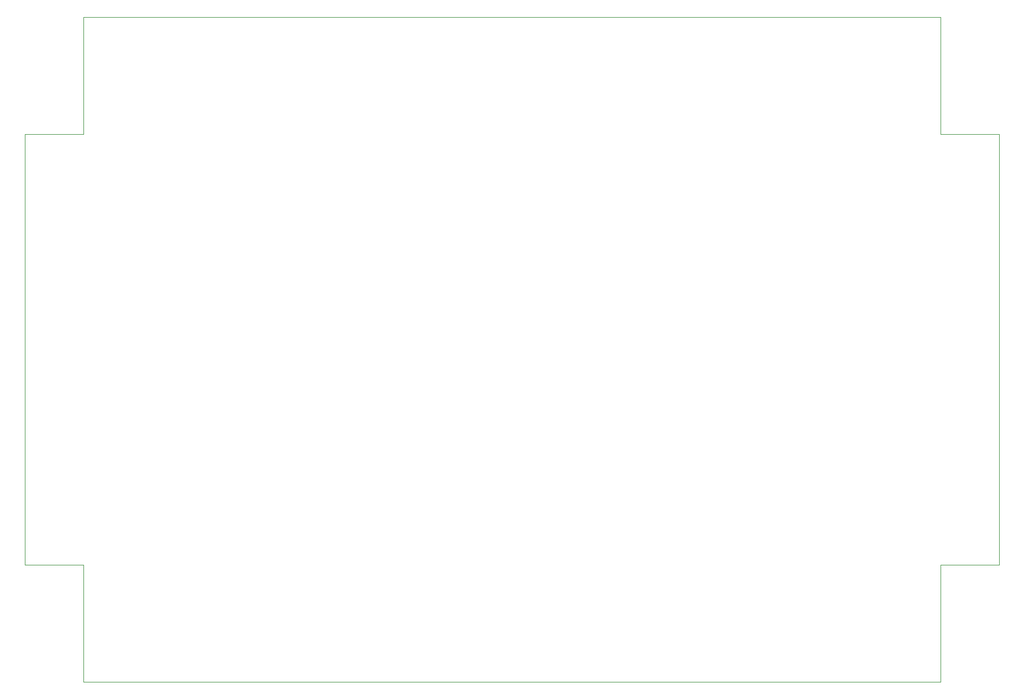
<source format=gbr>
%TF.GenerationSoftware,KiCad,Pcbnew,(7.0.0)*%
%TF.CreationDate,2023-03-18T12:10:04+01:00*%
%TF.ProjectId,rgb-garden-box,7267622d-6761-4726-9465-6e2d626f782e,rev?*%
%TF.SameCoordinates,Original*%
%TF.FileFunction,Profile,NP*%
%FSLAX46Y46*%
G04 Gerber Fmt 4.6, Leading zero omitted, Abs format (unit mm)*
G04 Created by KiCad (PCBNEW (7.0.0)) date 2023-03-18 12:10:04*
%MOMM*%
%LPD*%
G01*
G04 APERTURE LIST*
%TA.AperFunction,Profile*%
%ADD10C,0.100000*%
%TD*%
G04 APERTURE END LIST*
D10*
X77320000Y-122690000D02*
X86320000Y-122690000D01*
X217620000Y-140690000D02*
X217620000Y-122690000D01*
X217620000Y-122690000D02*
X226620000Y-122690000D01*
X226620000Y-56690000D02*
X226620000Y-122690000D01*
X217620000Y-56690000D02*
X217620000Y-38690000D01*
X86320000Y-140690000D02*
X86320000Y-122690000D01*
X217620000Y-56690000D02*
X226620000Y-56690000D01*
X217620000Y-140690000D02*
X86320000Y-140690000D01*
X86320000Y-38690000D02*
X217620000Y-38690000D01*
X77320000Y-122690000D02*
X77320000Y-56690000D01*
X86320000Y-38690000D02*
X86320000Y-56690000D01*
X77320000Y-56690000D02*
X86320000Y-56690000D01*
M02*

</source>
